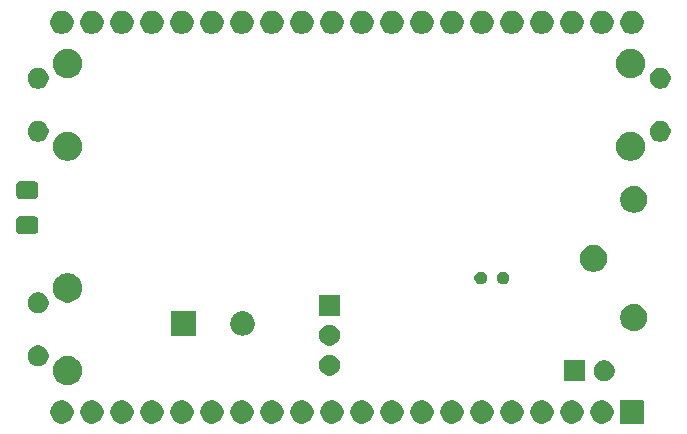
<source format=gbr>
G04 #@! TF.GenerationSoftware,KiCad,Pcbnew,9.0.2*
G04 #@! TF.CreationDate,2025-08-18T13:33:18+03:00*
G04 #@! TF.ProjectId,tickbox,7469636b-626f-4782-9e6b-696361645f70,rev?*
G04 #@! TF.SameCoordinates,Original*
G04 #@! TF.FileFunction,Soldermask,Bot*
G04 #@! TF.FilePolarity,Negative*
%FSLAX46Y46*%
G04 Gerber Fmt 4.6, Leading zero omitted, Abs format (unit mm)*
G04 Created by KiCad (PCBNEW 9.0.2) date 2025-08-18 13:33:18*
%MOMM*%
%LPD*%
G01*
G04 APERTURE LIST*
G04 APERTURE END LIST*
G36*
X81567042Y-62512393D02*
G01*
X81579370Y-62520630D01*
X81587607Y-62532958D01*
X81590500Y-62547500D01*
X81590500Y-64452500D01*
X81587607Y-64467042D01*
X81579370Y-64479370D01*
X81567042Y-64487607D01*
X81552500Y-64490500D01*
X79647500Y-64490500D01*
X79632958Y-64487607D01*
X79620630Y-64479370D01*
X79612393Y-64467042D01*
X79609500Y-64452500D01*
X79609500Y-62547500D01*
X79612393Y-62532958D01*
X79620630Y-62520630D01*
X79632958Y-62512393D01*
X79647500Y-62509500D01*
X81552500Y-62509500D01*
X81567042Y-62512393D01*
G37*
G36*
X32627527Y-62552151D02*
G01*
X32806918Y-62626457D01*
X32968367Y-62734333D01*
X33105667Y-62871633D01*
X33213543Y-63033082D01*
X33287849Y-63212473D01*
X33325730Y-63402914D01*
X33325730Y-63597086D01*
X33287849Y-63787527D01*
X33213543Y-63966918D01*
X33105667Y-64128367D01*
X32968367Y-64265667D01*
X32806918Y-64373543D01*
X32627527Y-64447849D01*
X32437086Y-64485730D01*
X32242914Y-64485730D01*
X32052473Y-64447849D01*
X31873082Y-64373543D01*
X31711633Y-64265667D01*
X31574333Y-64128367D01*
X31466457Y-63966918D01*
X31392151Y-63787527D01*
X31354270Y-63597086D01*
X31354270Y-63402914D01*
X31392151Y-63212473D01*
X31466457Y-63033082D01*
X31574333Y-62871633D01*
X31711633Y-62734333D01*
X31873082Y-62626457D01*
X32052473Y-62552151D01*
X32242914Y-62514270D01*
X32437086Y-62514270D01*
X32627527Y-62552151D01*
G37*
G36*
X35167527Y-62552151D02*
G01*
X35346918Y-62626457D01*
X35508367Y-62734333D01*
X35645667Y-62871633D01*
X35753543Y-63033082D01*
X35827849Y-63212473D01*
X35865730Y-63402914D01*
X35865730Y-63597086D01*
X35827849Y-63787527D01*
X35753543Y-63966918D01*
X35645667Y-64128367D01*
X35508367Y-64265667D01*
X35346918Y-64373543D01*
X35167527Y-64447849D01*
X34977086Y-64485730D01*
X34782914Y-64485730D01*
X34592473Y-64447849D01*
X34413082Y-64373543D01*
X34251633Y-64265667D01*
X34114333Y-64128367D01*
X34006457Y-63966918D01*
X33932151Y-63787527D01*
X33894270Y-63597086D01*
X33894270Y-63402914D01*
X33932151Y-63212473D01*
X34006457Y-63033082D01*
X34114333Y-62871633D01*
X34251633Y-62734333D01*
X34413082Y-62626457D01*
X34592473Y-62552151D01*
X34782914Y-62514270D01*
X34977086Y-62514270D01*
X35167527Y-62552151D01*
G37*
G36*
X37707527Y-62552151D02*
G01*
X37886918Y-62626457D01*
X38048367Y-62734333D01*
X38185667Y-62871633D01*
X38293543Y-63033082D01*
X38367849Y-63212473D01*
X38405730Y-63402914D01*
X38405730Y-63597086D01*
X38367849Y-63787527D01*
X38293543Y-63966918D01*
X38185667Y-64128367D01*
X38048367Y-64265667D01*
X37886918Y-64373543D01*
X37707527Y-64447849D01*
X37517086Y-64485730D01*
X37322914Y-64485730D01*
X37132473Y-64447849D01*
X36953082Y-64373543D01*
X36791633Y-64265667D01*
X36654333Y-64128367D01*
X36546457Y-63966918D01*
X36472151Y-63787527D01*
X36434270Y-63597086D01*
X36434270Y-63402914D01*
X36472151Y-63212473D01*
X36546457Y-63033082D01*
X36654333Y-62871633D01*
X36791633Y-62734333D01*
X36953082Y-62626457D01*
X37132473Y-62552151D01*
X37322914Y-62514270D01*
X37517086Y-62514270D01*
X37707527Y-62552151D01*
G37*
G36*
X40247527Y-62552151D02*
G01*
X40426918Y-62626457D01*
X40588367Y-62734333D01*
X40725667Y-62871633D01*
X40833543Y-63033082D01*
X40907849Y-63212473D01*
X40945730Y-63402914D01*
X40945730Y-63597086D01*
X40907849Y-63787527D01*
X40833543Y-63966918D01*
X40725667Y-64128367D01*
X40588367Y-64265667D01*
X40426918Y-64373543D01*
X40247527Y-64447849D01*
X40057086Y-64485730D01*
X39862914Y-64485730D01*
X39672473Y-64447849D01*
X39493082Y-64373543D01*
X39331633Y-64265667D01*
X39194333Y-64128367D01*
X39086457Y-63966918D01*
X39012151Y-63787527D01*
X38974270Y-63597086D01*
X38974270Y-63402914D01*
X39012151Y-63212473D01*
X39086457Y-63033082D01*
X39194333Y-62871633D01*
X39331633Y-62734333D01*
X39493082Y-62626457D01*
X39672473Y-62552151D01*
X39862914Y-62514270D01*
X40057086Y-62514270D01*
X40247527Y-62552151D01*
G37*
G36*
X42787527Y-62552151D02*
G01*
X42966918Y-62626457D01*
X43128367Y-62734333D01*
X43265667Y-62871633D01*
X43373543Y-63033082D01*
X43447849Y-63212473D01*
X43485730Y-63402914D01*
X43485730Y-63597086D01*
X43447849Y-63787527D01*
X43373543Y-63966918D01*
X43265667Y-64128367D01*
X43128367Y-64265667D01*
X42966918Y-64373543D01*
X42787527Y-64447849D01*
X42597086Y-64485730D01*
X42402914Y-64485730D01*
X42212473Y-64447849D01*
X42033082Y-64373543D01*
X41871633Y-64265667D01*
X41734333Y-64128367D01*
X41626457Y-63966918D01*
X41552151Y-63787527D01*
X41514270Y-63597086D01*
X41514270Y-63402914D01*
X41552151Y-63212473D01*
X41626457Y-63033082D01*
X41734333Y-62871633D01*
X41871633Y-62734333D01*
X42033082Y-62626457D01*
X42212473Y-62552151D01*
X42402914Y-62514270D01*
X42597086Y-62514270D01*
X42787527Y-62552151D01*
G37*
G36*
X45327527Y-62552151D02*
G01*
X45506918Y-62626457D01*
X45668367Y-62734333D01*
X45805667Y-62871633D01*
X45913543Y-63033082D01*
X45987849Y-63212473D01*
X46025730Y-63402914D01*
X46025730Y-63597086D01*
X45987849Y-63787527D01*
X45913543Y-63966918D01*
X45805667Y-64128367D01*
X45668367Y-64265667D01*
X45506918Y-64373543D01*
X45327527Y-64447849D01*
X45137086Y-64485730D01*
X44942914Y-64485730D01*
X44752473Y-64447849D01*
X44573082Y-64373543D01*
X44411633Y-64265667D01*
X44274333Y-64128367D01*
X44166457Y-63966918D01*
X44092151Y-63787527D01*
X44054270Y-63597086D01*
X44054270Y-63402914D01*
X44092151Y-63212473D01*
X44166457Y-63033082D01*
X44274333Y-62871633D01*
X44411633Y-62734333D01*
X44573082Y-62626457D01*
X44752473Y-62552151D01*
X44942914Y-62514270D01*
X45137086Y-62514270D01*
X45327527Y-62552151D01*
G37*
G36*
X47867527Y-62552151D02*
G01*
X48046918Y-62626457D01*
X48208367Y-62734333D01*
X48345667Y-62871633D01*
X48453543Y-63033082D01*
X48527849Y-63212473D01*
X48565730Y-63402914D01*
X48565730Y-63597086D01*
X48527849Y-63787527D01*
X48453543Y-63966918D01*
X48345667Y-64128367D01*
X48208367Y-64265667D01*
X48046918Y-64373543D01*
X47867527Y-64447849D01*
X47677086Y-64485730D01*
X47482914Y-64485730D01*
X47292473Y-64447849D01*
X47113082Y-64373543D01*
X46951633Y-64265667D01*
X46814333Y-64128367D01*
X46706457Y-63966918D01*
X46632151Y-63787527D01*
X46594270Y-63597086D01*
X46594270Y-63402914D01*
X46632151Y-63212473D01*
X46706457Y-63033082D01*
X46814333Y-62871633D01*
X46951633Y-62734333D01*
X47113082Y-62626457D01*
X47292473Y-62552151D01*
X47482914Y-62514270D01*
X47677086Y-62514270D01*
X47867527Y-62552151D01*
G37*
G36*
X50407527Y-62552151D02*
G01*
X50586918Y-62626457D01*
X50748367Y-62734333D01*
X50885667Y-62871633D01*
X50993543Y-63033082D01*
X51067849Y-63212473D01*
X51105730Y-63402914D01*
X51105730Y-63597086D01*
X51067849Y-63787527D01*
X50993543Y-63966918D01*
X50885667Y-64128367D01*
X50748367Y-64265667D01*
X50586918Y-64373543D01*
X50407527Y-64447849D01*
X50217086Y-64485730D01*
X50022914Y-64485730D01*
X49832473Y-64447849D01*
X49653082Y-64373543D01*
X49491633Y-64265667D01*
X49354333Y-64128367D01*
X49246457Y-63966918D01*
X49172151Y-63787527D01*
X49134270Y-63597086D01*
X49134270Y-63402914D01*
X49172151Y-63212473D01*
X49246457Y-63033082D01*
X49354333Y-62871633D01*
X49491633Y-62734333D01*
X49653082Y-62626457D01*
X49832473Y-62552151D01*
X50022914Y-62514270D01*
X50217086Y-62514270D01*
X50407527Y-62552151D01*
G37*
G36*
X52947527Y-62552151D02*
G01*
X53126918Y-62626457D01*
X53288367Y-62734333D01*
X53425667Y-62871633D01*
X53533543Y-63033082D01*
X53607849Y-63212473D01*
X53645730Y-63402914D01*
X53645730Y-63597086D01*
X53607849Y-63787527D01*
X53533543Y-63966918D01*
X53425667Y-64128367D01*
X53288367Y-64265667D01*
X53126918Y-64373543D01*
X52947527Y-64447849D01*
X52757086Y-64485730D01*
X52562914Y-64485730D01*
X52372473Y-64447849D01*
X52193082Y-64373543D01*
X52031633Y-64265667D01*
X51894333Y-64128367D01*
X51786457Y-63966918D01*
X51712151Y-63787527D01*
X51674270Y-63597086D01*
X51674270Y-63402914D01*
X51712151Y-63212473D01*
X51786457Y-63033082D01*
X51894333Y-62871633D01*
X52031633Y-62734333D01*
X52193082Y-62626457D01*
X52372473Y-62552151D01*
X52562914Y-62514270D01*
X52757086Y-62514270D01*
X52947527Y-62552151D01*
G37*
G36*
X55487527Y-62552151D02*
G01*
X55666918Y-62626457D01*
X55828367Y-62734333D01*
X55965667Y-62871633D01*
X56073543Y-63033082D01*
X56147849Y-63212473D01*
X56185730Y-63402914D01*
X56185730Y-63597086D01*
X56147849Y-63787527D01*
X56073543Y-63966918D01*
X55965667Y-64128367D01*
X55828367Y-64265667D01*
X55666918Y-64373543D01*
X55487527Y-64447849D01*
X55297086Y-64485730D01*
X55102914Y-64485730D01*
X54912473Y-64447849D01*
X54733082Y-64373543D01*
X54571633Y-64265667D01*
X54434333Y-64128367D01*
X54326457Y-63966918D01*
X54252151Y-63787527D01*
X54214270Y-63597086D01*
X54214270Y-63402914D01*
X54252151Y-63212473D01*
X54326457Y-63033082D01*
X54434333Y-62871633D01*
X54571633Y-62734333D01*
X54733082Y-62626457D01*
X54912473Y-62552151D01*
X55102914Y-62514270D01*
X55297086Y-62514270D01*
X55487527Y-62552151D01*
G37*
G36*
X58027527Y-62552151D02*
G01*
X58206918Y-62626457D01*
X58368367Y-62734333D01*
X58505667Y-62871633D01*
X58613543Y-63033082D01*
X58687849Y-63212473D01*
X58725730Y-63402914D01*
X58725730Y-63597086D01*
X58687849Y-63787527D01*
X58613543Y-63966918D01*
X58505667Y-64128367D01*
X58368367Y-64265667D01*
X58206918Y-64373543D01*
X58027527Y-64447849D01*
X57837086Y-64485730D01*
X57642914Y-64485730D01*
X57452473Y-64447849D01*
X57273082Y-64373543D01*
X57111633Y-64265667D01*
X56974333Y-64128367D01*
X56866457Y-63966918D01*
X56792151Y-63787527D01*
X56754270Y-63597086D01*
X56754270Y-63402914D01*
X56792151Y-63212473D01*
X56866457Y-63033082D01*
X56974333Y-62871633D01*
X57111633Y-62734333D01*
X57273082Y-62626457D01*
X57452473Y-62552151D01*
X57642914Y-62514270D01*
X57837086Y-62514270D01*
X58027527Y-62552151D01*
G37*
G36*
X60567527Y-62552151D02*
G01*
X60746918Y-62626457D01*
X60908367Y-62734333D01*
X61045667Y-62871633D01*
X61153543Y-63033082D01*
X61227849Y-63212473D01*
X61265730Y-63402914D01*
X61265730Y-63597086D01*
X61227849Y-63787527D01*
X61153543Y-63966918D01*
X61045667Y-64128367D01*
X60908367Y-64265667D01*
X60746918Y-64373543D01*
X60567527Y-64447849D01*
X60377086Y-64485730D01*
X60182914Y-64485730D01*
X59992473Y-64447849D01*
X59813082Y-64373543D01*
X59651633Y-64265667D01*
X59514333Y-64128367D01*
X59406457Y-63966918D01*
X59332151Y-63787527D01*
X59294270Y-63597086D01*
X59294270Y-63402914D01*
X59332151Y-63212473D01*
X59406457Y-63033082D01*
X59514333Y-62871633D01*
X59651633Y-62734333D01*
X59813082Y-62626457D01*
X59992473Y-62552151D01*
X60182914Y-62514270D01*
X60377086Y-62514270D01*
X60567527Y-62552151D01*
G37*
G36*
X63107527Y-62552151D02*
G01*
X63286918Y-62626457D01*
X63448367Y-62734333D01*
X63585667Y-62871633D01*
X63693543Y-63033082D01*
X63767849Y-63212473D01*
X63805730Y-63402914D01*
X63805730Y-63597086D01*
X63767849Y-63787527D01*
X63693543Y-63966918D01*
X63585667Y-64128367D01*
X63448367Y-64265667D01*
X63286918Y-64373543D01*
X63107527Y-64447849D01*
X62917086Y-64485730D01*
X62722914Y-64485730D01*
X62532473Y-64447849D01*
X62353082Y-64373543D01*
X62191633Y-64265667D01*
X62054333Y-64128367D01*
X61946457Y-63966918D01*
X61872151Y-63787527D01*
X61834270Y-63597086D01*
X61834270Y-63402914D01*
X61872151Y-63212473D01*
X61946457Y-63033082D01*
X62054333Y-62871633D01*
X62191633Y-62734333D01*
X62353082Y-62626457D01*
X62532473Y-62552151D01*
X62722914Y-62514270D01*
X62917086Y-62514270D01*
X63107527Y-62552151D01*
G37*
G36*
X65647527Y-62552151D02*
G01*
X65826918Y-62626457D01*
X65988367Y-62734333D01*
X66125667Y-62871633D01*
X66233543Y-63033082D01*
X66307849Y-63212473D01*
X66345730Y-63402914D01*
X66345730Y-63597086D01*
X66307849Y-63787527D01*
X66233543Y-63966918D01*
X66125667Y-64128367D01*
X65988367Y-64265667D01*
X65826918Y-64373543D01*
X65647527Y-64447849D01*
X65457086Y-64485730D01*
X65262914Y-64485730D01*
X65072473Y-64447849D01*
X64893082Y-64373543D01*
X64731633Y-64265667D01*
X64594333Y-64128367D01*
X64486457Y-63966918D01*
X64412151Y-63787527D01*
X64374270Y-63597086D01*
X64374270Y-63402914D01*
X64412151Y-63212473D01*
X64486457Y-63033082D01*
X64594333Y-62871633D01*
X64731633Y-62734333D01*
X64893082Y-62626457D01*
X65072473Y-62552151D01*
X65262914Y-62514270D01*
X65457086Y-62514270D01*
X65647527Y-62552151D01*
G37*
G36*
X68187527Y-62552151D02*
G01*
X68366918Y-62626457D01*
X68528367Y-62734333D01*
X68665667Y-62871633D01*
X68773543Y-63033082D01*
X68847849Y-63212473D01*
X68885730Y-63402914D01*
X68885730Y-63597086D01*
X68847849Y-63787527D01*
X68773543Y-63966918D01*
X68665667Y-64128367D01*
X68528367Y-64265667D01*
X68366918Y-64373543D01*
X68187527Y-64447849D01*
X67997086Y-64485730D01*
X67802914Y-64485730D01*
X67612473Y-64447849D01*
X67433082Y-64373543D01*
X67271633Y-64265667D01*
X67134333Y-64128367D01*
X67026457Y-63966918D01*
X66952151Y-63787527D01*
X66914270Y-63597086D01*
X66914270Y-63402914D01*
X66952151Y-63212473D01*
X67026457Y-63033082D01*
X67134333Y-62871633D01*
X67271633Y-62734333D01*
X67433082Y-62626457D01*
X67612473Y-62552151D01*
X67802914Y-62514270D01*
X67997086Y-62514270D01*
X68187527Y-62552151D01*
G37*
G36*
X70727527Y-62552151D02*
G01*
X70906918Y-62626457D01*
X71068367Y-62734333D01*
X71205667Y-62871633D01*
X71313543Y-63033082D01*
X71387849Y-63212473D01*
X71425730Y-63402914D01*
X71425730Y-63597086D01*
X71387849Y-63787527D01*
X71313543Y-63966918D01*
X71205667Y-64128367D01*
X71068367Y-64265667D01*
X70906918Y-64373543D01*
X70727527Y-64447849D01*
X70537086Y-64485730D01*
X70342914Y-64485730D01*
X70152473Y-64447849D01*
X69973082Y-64373543D01*
X69811633Y-64265667D01*
X69674333Y-64128367D01*
X69566457Y-63966918D01*
X69492151Y-63787527D01*
X69454270Y-63597086D01*
X69454270Y-63402914D01*
X69492151Y-63212473D01*
X69566457Y-63033082D01*
X69674333Y-62871633D01*
X69811633Y-62734333D01*
X69973082Y-62626457D01*
X70152473Y-62552151D01*
X70342914Y-62514270D01*
X70537086Y-62514270D01*
X70727527Y-62552151D01*
G37*
G36*
X73267527Y-62552151D02*
G01*
X73446918Y-62626457D01*
X73608367Y-62734333D01*
X73745667Y-62871633D01*
X73853543Y-63033082D01*
X73927849Y-63212473D01*
X73965730Y-63402914D01*
X73965730Y-63597086D01*
X73927849Y-63787527D01*
X73853543Y-63966918D01*
X73745667Y-64128367D01*
X73608367Y-64265667D01*
X73446918Y-64373543D01*
X73267527Y-64447849D01*
X73077086Y-64485730D01*
X72882914Y-64485730D01*
X72692473Y-64447849D01*
X72513082Y-64373543D01*
X72351633Y-64265667D01*
X72214333Y-64128367D01*
X72106457Y-63966918D01*
X72032151Y-63787527D01*
X71994270Y-63597086D01*
X71994270Y-63402914D01*
X72032151Y-63212473D01*
X72106457Y-63033082D01*
X72214333Y-62871633D01*
X72351633Y-62734333D01*
X72513082Y-62626457D01*
X72692473Y-62552151D01*
X72882914Y-62514270D01*
X73077086Y-62514270D01*
X73267527Y-62552151D01*
G37*
G36*
X75807527Y-62552151D02*
G01*
X75986918Y-62626457D01*
X76148367Y-62734333D01*
X76285667Y-62871633D01*
X76393543Y-63033082D01*
X76467849Y-63212473D01*
X76505730Y-63402914D01*
X76505730Y-63597086D01*
X76467849Y-63787527D01*
X76393543Y-63966918D01*
X76285667Y-64128367D01*
X76148367Y-64265667D01*
X75986918Y-64373543D01*
X75807527Y-64447849D01*
X75617086Y-64485730D01*
X75422914Y-64485730D01*
X75232473Y-64447849D01*
X75053082Y-64373543D01*
X74891633Y-64265667D01*
X74754333Y-64128367D01*
X74646457Y-63966918D01*
X74572151Y-63787527D01*
X74534270Y-63597086D01*
X74534270Y-63402914D01*
X74572151Y-63212473D01*
X74646457Y-63033082D01*
X74754333Y-62871633D01*
X74891633Y-62734333D01*
X75053082Y-62626457D01*
X75232473Y-62552151D01*
X75422914Y-62514270D01*
X75617086Y-62514270D01*
X75807527Y-62552151D01*
G37*
G36*
X78347527Y-62552151D02*
G01*
X78526918Y-62626457D01*
X78688367Y-62734333D01*
X78825667Y-62871633D01*
X78933543Y-63033082D01*
X79007849Y-63212473D01*
X79045730Y-63402914D01*
X79045730Y-63597086D01*
X79007849Y-63787527D01*
X78933543Y-63966918D01*
X78825667Y-64128367D01*
X78688367Y-64265667D01*
X78526918Y-64373543D01*
X78347527Y-64447849D01*
X78157086Y-64485730D01*
X77962914Y-64485730D01*
X77772473Y-64447849D01*
X77593082Y-64373543D01*
X77431633Y-64265667D01*
X77294333Y-64128367D01*
X77186457Y-63966918D01*
X77112151Y-63787527D01*
X77074270Y-63597086D01*
X77074270Y-63402914D01*
X77112151Y-63212473D01*
X77186457Y-63033082D01*
X77294333Y-62871633D01*
X77431633Y-62734333D01*
X77593082Y-62626457D01*
X77772473Y-62552151D01*
X77962914Y-62514270D01*
X78157086Y-62514270D01*
X78347527Y-62552151D01*
G37*
G36*
X33114005Y-58796207D02*
G01*
X33298762Y-58856238D01*
X33471853Y-58944432D01*
X33629017Y-59058618D01*
X33766383Y-59195984D01*
X33880569Y-59353148D01*
X33968763Y-59526239D01*
X34028794Y-59710996D01*
X34059184Y-59902869D01*
X34059184Y-60097133D01*
X34028794Y-60289006D01*
X33968763Y-60473763D01*
X33880569Y-60646854D01*
X33766383Y-60804018D01*
X33629017Y-60941384D01*
X33471853Y-61055570D01*
X33298762Y-61143764D01*
X33114005Y-61203795D01*
X32922132Y-61234185D01*
X32727868Y-61234185D01*
X32535995Y-61203795D01*
X32351238Y-61143764D01*
X32178147Y-61055570D01*
X32020983Y-60941384D01*
X31883617Y-60804018D01*
X31769431Y-60646854D01*
X31681237Y-60473763D01*
X31621206Y-60289006D01*
X31590816Y-60097133D01*
X31590816Y-59902869D01*
X31621206Y-59710996D01*
X31681237Y-59526239D01*
X31769431Y-59353148D01*
X31883617Y-59195984D01*
X32020983Y-59058618D01*
X32178147Y-58944432D01*
X32351238Y-58856238D01*
X32535995Y-58796207D01*
X32727868Y-58765817D01*
X32922132Y-58765817D01*
X33114005Y-58796207D01*
G37*
G36*
X76589542Y-59114893D02*
G01*
X76601870Y-59123130D01*
X76610107Y-59135458D01*
X76613000Y-59150000D01*
X76613000Y-60850000D01*
X76610107Y-60864542D01*
X76601870Y-60876870D01*
X76589542Y-60885107D01*
X76575000Y-60888000D01*
X74875000Y-60888000D01*
X74860458Y-60885107D01*
X74848130Y-60876870D01*
X74839893Y-60864542D01*
X74837000Y-60850000D01*
X74837000Y-59150000D01*
X74839893Y-59135458D01*
X74848130Y-59123130D01*
X74860458Y-59114893D01*
X74875000Y-59112000D01*
X76575000Y-59112000D01*
X76589542Y-59114893D01*
G37*
G36*
X78522773Y-59150237D02*
G01*
X78683600Y-59216854D01*
X78828341Y-59313567D01*
X78951433Y-59436659D01*
X79048146Y-59581400D01*
X79114763Y-59742227D01*
X79148724Y-59912961D01*
X79148724Y-60087039D01*
X79114763Y-60257773D01*
X79048146Y-60418600D01*
X78951433Y-60563341D01*
X78828341Y-60686433D01*
X78683600Y-60783146D01*
X78522773Y-60849763D01*
X78352039Y-60883724D01*
X78177961Y-60883724D01*
X78007227Y-60849763D01*
X77846400Y-60783146D01*
X77701659Y-60686433D01*
X77578567Y-60563341D01*
X77481854Y-60418600D01*
X77415237Y-60257773D01*
X77381276Y-60087039D01*
X77381276Y-59912961D01*
X77415237Y-59742227D01*
X77481854Y-59581400D01*
X77578567Y-59436659D01*
X77701659Y-59313567D01*
X77846400Y-59216854D01*
X78007227Y-59150237D01*
X78177961Y-59116276D01*
X78352039Y-59116276D01*
X78522773Y-59150237D01*
G37*
G36*
X55257773Y-58690237D02*
G01*
X55418600Y-58756854D01*
X55563341Y-58853567D01*
X55686433Y-58976659D01*
X55783146Y-59121400D01*
X55849763Y-59282227D01*
X55883724Y-59452961D01*
X55883724Y-59627039D01*
X55849763Y-59797773D01*
X55783146Y-59958600D01*
X55686433Y-60103341D01*
X55563341Y-60226433D01*
X55418600Y-60323146D01*
X55257773Y-60389763D01*
X55087039Y-60423724D01*
X54912961Y-60423724D01*
X54742227Y-60389763D01*
X54581400Y-60323146D01*
X54436659Y-60226433D01*
X54313567Y-60103341D01*
X54216854Y-59958600D01*
X54150237Y-59797773D01*
X54116276Y-59627039D01*
X54116276Y-59452961D01*
X54150237Y-59282227D01*
X54216854Y-59121400D01*
X54313567Y-58976659D01*
X54436659Y-58853567D01*
X54581400Y-58756854D01*
X54742227Y-58690237D01*
X54912961Y-58656276D01*
X55087039Y-58656276D01*
X55257773Y-58690237D01*
G37*
G36*
X30582773Y-57900238D02*
G01*
X30743600Y-57966855D01*
X30888341Y-58063568D01*
X31011433Y-58186660D01*
X31108146Y-58331401D01*
X31174763Y-58492228D01*
X31208724Y-58662962D01*
X31208724Y-58837040D01*
X31174763Y-59007774D01*
X31108146Y-59168601D01*
X31011433Y-59313342D01*
X30888341Y-59436434D01*
X30743600Y-59533147D01*
X30582773Y-59599764D01*
X30412039Y-59633725D01*
X30237961Y-59633725D01*
X30067227Y-59599764D01*
X29906400Y-59533147D01*
X29761659Y-59436434D01*
X29638567Y-59313342D01*
X29541854Y-59168601D01*
X29475237Y-59007774D01*
X29441276Y-58837040D01*
X29441276Y-58662962D01*
X29475237Y-58492228D01*
X29541854Y-58331401D01*
X29638567Y-58186660D01*
X29761659Y-58063568D01*
X29906400Y-57966855D01*
X30067227Y-57900238D01*
X30237961Y-57866277D01*
X30412039Y-57866277D01*
X30582773Y-57900238D01*
G37*
G36*
X55257773Y-56150237D02*
G01*
X55418600Y-56216854D01*
X55563341Y-56313567D01*
X55686433Y-56436659D01*
X55783146Y-56581400D01*
X55849763Y-56742227D01*
X55883724Y-56912961D01*
X55883724Y-57087039D01*
X55849763Y-57257773D01*
X55783146Y-57418600D01*
X55686433Y-57563341D01*
X55563341Y-57686433D01*
X55418600Y-57783146D01*
X55257773Y-57849763D01*
X55087039Y-57883724D01*
X54912961Y-57883724D01*
X54742227Y-57849763D01*
X54581400Y-57783146D01*
X54436659Y-57686433D01*
X54313567Y-57563341D01*
X54216854Y-57418600D01*
X54150237Y-57257773D01*
X54116276Y-57087039D01*
X54116276Y-56912961D01*
X54150237Y-56742227D01*
X54216854Y-56581400D01*
X54313567Y-56436659D01*
X54436659Y-56313567D01*
X54581400Y-56216854D01*
X54742227Y-56150237D01*
X54912961Y-56116276D01*
X55087039Y-56116276D01*
X55257773Y-56150237D01*
G37*
G36*
X43643758Y-54964893D02*
G01*
X43656086Y-54973130D01*
X43664323Y-54985458D01*
X43667216Y-55000000D01*
X43667216Y-57000000D01*
X43664323Y-57014542D01*
X43656086Y-57026870D01*
X43643758Y-57035107D01*
X43629216Y-57038000D01*
X41629216Y-57038000D01*
X41614674Y-57035107D01*
X41602346Y-57026870D01*
X41594109Y-57014542D01*
X41591216Y-57000000D01*
X41591216Y-55000000D01*
X41594109Y-54985458D01*
X41602346Y-54973130D01*
X41614674Y-54964893D01*
X41629216Y-54962000D01*
X43629216Y-54962000D01*
X43643758Y-54964893D01*
G37*
G36*
X47720828Y-54966998D02*
G01*
X47730958Y-54966998D01*
X47770540Y-54974871D01*
X47871489Y-54990860D01*
X47903961Y-55001410D01*
X47930531Y-55006696D01*
X47968022Y-55022225D01*
X48026371Y-55041184D01*
X48081035Y-55069037D01*
X48118526Y-55084566D01*
X48141048Y-55099614D01*
X48171469Y-55115115D01*
X48254158Y-55175192D01*
X48287716Y-55197615D01*
X48294878Y-55204777D01*
X48303220Y-55210838D01*
X48418377Y-55325995D01*
X48424437Y-55334336D01*
X48431601Y-55341500D01*
X48454026Y-55375062D01*
X48514100Y-55457746D01*
X48529599Y-55488164D01*
X48544650Y-55510690D01*
X48560181Y-55548185D01*
X48588031Y-55602844D01*
X48606987Y-55661185D01*
X48622520Y-55698685D01*
X48627806Y-55725259D01*
X48638355Y-55757726D01*
X48654342Y-55858667D01*
X48662218Y-55898258D01*
X48662218Y-55908388D01*
X48663831Y-55918572D01*
X48663831Y-56081427D01*
X48662218Y-56091610D01*
X48662218Y-56101742D01*
X48654342Y-56141336D01*
X48638355Y-56242273D01*
X48627806Y-56274737D01*
X48622520Y-56301315D01*
X48606985Y-56338818D01*
X48588031Y-56397155D01*
X48560183Y-56451809D01*
X48544650Y-56489310D01*
X48529596Y-56511838D01*
X48514100Y-56542253D01*
X48454034Y-56624925D01*
X48431601Y-56658500D01*
X48424434Y-56665666D01*
X48418377Y-56674004D01*
X48303220Y-56789161D01*
X48294882Y-56795218D01*
X48287716Y-56802385D01*
X48254141Y-56824818D01*
X48171469Y-56884884D01*
X48141054Y-56900380D01*
X48118526Y-56915434D01*
X48081025Y-56930967D01*
X48026371Y-56958815D01*
X47968034Y-56977769D01*
X47930531Y-56993304D01*
X47903953Y-56998590D01*
X47871489Y-57009139D01*
X47770549Y-57025126D01*
X47730958Y-57033002D01*
X47720828Y-57033002D01*
X47710644Y-57034615D01*
X47547788Y-57034615D01*
X47537604Y-57033002D01*
X47527474Y-57033002D01*
X47487883Y-57025126D01*
X47386942Y-57009139D01*
X47354475Y-56998590D01*
X47327901Y-56993304D01*
X47290401Y-56977771D01*
X47232060Y-56958815D01*
X47177401Y-56930965D01*
X47139906Y-56915434D01*
X47117380Y-56900383D01*
X47086962Y-56884884D01*
X47004278Y-56824810D01*
X46970716Y-56802385D01*
X46963552Y-56795221D01*
X46955211Y-56789161D01*
X46840054Y-56674004D01*
X46833993Y-56665662D01*
X46826831Y-56658500D01*
X46804408Y-56624942D01*
X46744331Y-56542253D01*
X46728830Y-56511832D01*
X46713782Y-56489310D01*
X46698253Y-56451819D01*
X46670400Y-56397155D01*
X46651441Y-56338806D01*
X46635912Y-56301315D01*
X46630626Y-56274745D01*
X46620076Y-56242273D01*
X46604088Y-56141327D01*
X46596214Y-56101742D01*
X46596214Y-56091611D01*
X46594601Y-56081427D01*
X46594601Y-55918572D01*
X46596214Y-55908387D01*
X46596214Y-55898258D01*
X46604087Y-55858676D01*
X46620076Y-55757726D01*
X46630627Y-55725251D01*
X46635912Y-55698685D01*
X46651440Y-55661196D01*
X46670400Y-55602844D01*
X46698255Y-55548174D01*
X46713782Y-55510690D01*
X46728828Y-55488170D01*
X46744331Y-55457746D01*
X46804416Y-55375045D01*
X46826831Y-55341500D01*
X46833990Y-55334340D01*
X46840054Y-55325995D01*
X46955211Y-55210838D01*
X46963556Y-55204774D01*
X46970716Y-55197615D01*
X47004261Y-55175200D01*
X47086962Y-55115115D01*
X47117386Y-55099612D01*
X47139906Y-55084566D01*
X47177390Y-55069039D01*
X47232060Y-55041184D01*
X47290412Y-55022224D01*
X47327901Y-55006696D01*
X47354467Y-55001411D01*
X47386942Y-54990860D01*
X47487892Y-54974871D01*
X47527474Y-54966998D01*
X47537604Y-54966998D01*
X47547788Y-54965385D01*
X47710644Y-54965385D01*
X47720828Y-54966998D01*
G37*
G36*
X81015661Y-54393443D02*
G01*
X81185494Y-54448625D01*
X81344603Y-54529695D01*
X81489072Y-54634658D01*
X81615342Y-54760928D01*
X81720305Y-54905397D01*
X81801375Y-55064506D01*
X81856557Y-55234339D01*
X81884492Y-55410714D01*
X81884492Y-55589286D01*
X81856557Y-55765661D01*
X81801375Y-55935494D01*
X81720305Y-56094603D01*
X81615342Y-56239072D01*
X81489072Y-56365342D01*
X81344603Y-56470305D01*
X81185494Y-56551375D01*
X81015661Y-56606557D01*
X80839286Y-56634492D01*
X80660714Y-56634492D01*
X80484339Y-56606557D01*
X80314506Y-56551375D01*
X80155397Y-56470305D01*
X80010928Y-56365342D01*
X79884658Y-56239072D01*
X79779695Y-56094603D01*
X79698625Y-55935494D01*
X79643443Y-55765661D01*
X79615508Y-55589286D01*
X79615508Y-55410714D01*
X79643443Y-55234339D01*
X79698625Y-55064506D01*
X79779695Y-54905397D01*
X79884658Y-54760928D01*
X80010928Y-54634658D01*
X80155397Y-54529695D01*
X80314506Y-54448625D01*
X80484339Y-54393443D01*
X80660714Y-54365508D01*
X80839286Y-54365508D01*
X81015661Y-54393443D01*
G37*
G36*
X55864542Y-53574893D02*
G01*
X55876870Y-53583130D01*
X55885107Y-53595458D01*
X55888000Y-53610000D01*
X55888000Y-55310000D01*
X55885107Y-55324542D01*
X55876870Y-55336870D01*
X55864542Y-55345107D01*
X55850000Y-55348000D01*
X54150000Y-55348000D01*
X54135458Y-55345107D01*
X54123130Y-55336870D01*
X54114893Y-55324542D01*
X54112000Y-55310000D01*
X54112000Y-53610000D01*
X54114893Y-53595458D01*
X54123130Y-53583130D01*
X54135458Y-53574893D01*
X54150000Y-53572000D01*
X55850000Y-53572000D01*
X55864542Y-53574893D01*
G37*
G36*
X30582773Y-53400238D02*
G01*
X30743600Y-53466855D01*
X30888341Y-53563568D01*
X31011433Y-53686660D01*
X31108146Y-53831401D01*
X31174763Y-53992228D01*
X31208724Y-54162962D01*
X31208724Y-54337040D01*
X31174763Y-54507774D01*
X31108146Y-54668601D01*
X31011433Y-54813342D01*
X30888341Y-54936434D01*
X30743600Y-55033147D01*
X30582773Y-55099764D01*
X30412039Y-55133725D01*
X30237961Y-55133725D01*
X30067227Y-55099764D01*
X29906400Y-55033147D01*
X29761659Y-54936434D01*
X29638567Y-54813342D01*
X29541854Y-54668601D01*
X29475237Y-54507774D01*
X29441276Y-54337040D01*
X29441276Y-54162962D01*
X29475237Y-53992228D01*
X29541854Y-53831401D01*
X29638567Y-53686660D01*
X29761659Y-53563568D01*
X29906400Y-53466855D01*
X30067227Y-53400238D01*
X30237961Y-53366277D01*
X30412039Y-53366277D01*
X30582773Y-53400238D01*
G37*
G36*
X33114005Y-51796207D02*
G01*
X33298762Y-51856238D01*
X33471853Y-51944432D01*
X33629017Y-52058618D01*
X33766383Y-52195984D01*
X33880569Y-52353148D01*
X33968763Y-52526239D01*
X34028794Y-52710996D01*
X34059184Y-52902869D01*
X34059184Y-53097133D01*
X34028794Y-53289006D01*
X33968763Y-53473763D01*
X33880569Y-53646854D01*
X33766383Y-53804018D01*
X33629017Y-53941384D01*
X33471853Y-54055570D01*
X33298762Y-54143764D01*
X33114005Y-54203795D01*
X32922132Y-54234185D01*
X32727868Y-54234185D01*
X32535995Y-54203795D01*
X32351238Y-54143764D01*
X32178147Y-54055570D01*
X32020983Y-53941384D01*
X31883617Y-53804018D01*
X31769431Y-53646854D01*
X31681237Y-53473763D01*
X31621206Y-53289006D01*
X31590816Y-53097133D01*
X31590816Y-52902869D01*
X31621206Y-52710996D01*
X31681237Y-52526239D01*
X31769431Y-52353148D01*
X31883617Y-52195984D01*
X32020983Y-52058618D01*
X32178147Y-51944432D01*
X32351238Y-51856238D01*
X32535995Y-51796207D01*
X32727868Y-51765817D01*
X32922132Y-51765817D01*
X33114005Y-51796207D01*
G37*
G36*
X68005884Y-51652953D02*
G01*
X68127514Y-51723176D01*
X68226824Y-51822486D01*
X68297047Y-51944116D01*
X68333397Y-52079777D01*
X68333397Y-52220223D01*
X68297047Y-52355884D01*
X68226824Y-52477514D01*
X68127514Y-52576824D01*
X68005884Y-52647047D01*
X67870223Y-52683397D01*
X67729777Y-52683397D01*
X67594116Y-52647047D01*
X67472486Y-52576824D01*
X67373176Y-52477514D01*
X67302953Y-52355884D01*
X67266603Y-52220223D01*
X67266603Y-52079777D01*
X67302953Y-51944116D01*
X67373176Y-51822486D01*
X67472486Y-51723176D01*
X67594116Y-51652953D01*
X67729777Y-51616603D01*
X67870223Y-51616603D01*
X68005884Y-51652953D01*
G37*
G36*
X69905884Y-51652953D02*
G01*
X70027514Y-51723176D01*
X70126824Y-51822486D01*
X70197047Y-51944116D01*
X70233397Y-52079777D01*
X70233397Y-52220223D01*
X70197047Y-52355884D01*
X70126824Y-52477514D01*
X70027514Y-52576824D01*
X69905884Y-52647047D01*
X69770223Y-52683397D01*
X69629777Y-52683397D01*
X69494116Y-52647047D01*
X69372486Y-52576824D01*
X69273176Y-52477514D01*
X69202953Y-52355884D01*
X69166603Y-52220223D01*
X69166603Y-52079777D01*
X69202953Y-51944116D01*
X69273176Y-51822486D01*
X69372486Y-51723176D01*
X69494116Y-51652953D01*
X69629777Y-51616603D01*
X69770223Y-51616603D01*
X69905884Y-51652953D01*
G37*
G36*
X77615661Y-49393443D02*
G01*
X77785494Y-49448625D01*
X77944603Y-49529695D01*
X78089072Y-49634658D01*
X78215342Y-49760928D01*
X78320305Y-49905397D01*
X78401375Y-50064506D01*
X78456557Y-50234339D01*
X78484492Y-50410714D01*
X78484492Y-50589286D01*
X78456557Y-50765661D01*
X78401375Y-50935494D01*
X78320305Y-51094603D01*
X78215342Y-51239072D01*
X78089072Y-51365342D01*
X77944603Y-51470305D01*
X77785494Y-51551375D01*
X77615661Y-51606557D01*
X77439286Y-51634492D01*
X77260714Y-51634492D01*
X77084339Y-51606557D01*
X76914506Y-51551375D01*
X76755397Y-51470305D01*
X76610928Y-51365342D01*
X76484658Y-51239072D01*
X76379695Y-51094603D01*
X76298625Y-50935494D01*
X76243443Y-50765661D01*
X76215508Y-50589286D01*
X76215508Y-50410714D01*
X76243443Y-50234339D01*
X76298625Y-50064506D01*
X76379695Y-49905397D01*
X76484658Y-49760928D01*
X76610928Y-49634658D01*
X76755397Y-49529695D01*
X76914506Y-49448625D01*
X77084339Y-49393443D01*
X77260714Y-49365508D01*
X77439286Y-49365508D01*
X77615661Y-49393443D01*
G37*
G36*
X30090937Y-46944650D02*
G01*
X30099691Y-46948515D01*
X30106367Y-46949488D01*
X30148096Y-46969888D01*
X30187759Y-46987401D01*
X30191431Y-46991073D01*
X30191866Y-46991286D01*
X30258713Y-47058133D01*
X30258925Y-47058567D01*
X30262599Y-47062241D01*
X30280116Y-47101914D01*
X30300511Y-47143632D01*
X30301483Y-47150306D01*
X30305350Y-47159063D01*
X30312999Y-47225002D01*
X30312999Y-47229340D01*
X30313000Y-47229347D01*
X30313000Y-48145652D01*
X30313000Y-48149999D01*
X30305350Y-48215937D01*
X30301483Y-48224694D01*
X30300511Y-48231367D01*
X30280121Y-48273074D01*
X30262599Y-48312759D01*
X30258924Y-48316433D01*
X30258713Y-48316866D01*
X30191866Y-48383713D01*
X30191433Y-48383924D01*
X30187759Y-48387599D01*
X30148074Y-48405121D01*
X30106367Y-48425511D01*
X30099694Y-48426483D01*
X30090937Y-48430350D01*
X30024998Y-48437999D01*
X30020659Y-48437999D01*
X30020653Y-48438000D01*
X28779347Y-48438000D01*
X28779346Y-48437999D01*
X28775001Y-48438000D01*
X28709063Y-48430350D01*
X28700306Y-48426483D01*
X28693632Y-48425511D01*
X28651914Y-48405116D01*
X28612241Y-48387599D01*
X28608567Y-48383925D01*
X28608133Y-48383713D01*
X28541286Y-48316866D01*
X28541073Y-48316431D01*
X28537401Y-48312759D01*
X28519888Y-48273096D01*
X28499488Y-48231367D01*
X28498515Y-48224691D01*
X28494650Y-48215937D01*
X28487001Y-48149998D01*
X28487000Y-48145658D01*
X28487000Y-48145652D01*
X28487000Y-47229347D01*
X28487000Y-47229346D01*
X28487000Y-47225001D01*
X28494650Y-47159063D01*
X28498515Y-47150309D01*
X28499488Y-47143632D01*
X28519892Y-47101893D01*
X28537401Y-47062241D01*
X28541072Y-47058569D01*
X28541286Y-47058133D01*
X28608133Y-46991286D01*
X28608569Y-46991072D01*
X28612241Y-46987401D01*
X28651893Y-46969892D01*
X28693632Y-46949488D01*
X28700309Y-46948515D01*
X28709063Y-46944650D01*
X28775002Y-46937001D01*
X28779340Y-46937000D01*
X28779347Y-46937000D01*
X30020653Y-46937000D01*
X30024999Y-46937000D01*
X30090937Y-46944650D01*
G37*
G36*
X81015661Y-44393443D02*
G01*
X81185494Y-44448625D01*
X81344603Y-44529695D01*
X81489072Y-44634658D01*
X81615342Y-44760928D01*
X81720305Y-44905397D01*
X81801375Y-45064506D01*
X81856557Y-45234339D01*
X81884492Y-45410714D01*
X81884492Y-45589286D01*
X81856557Y-45765661D01*
X81801375Y-45935494D01*
X81720305Y-46094603D01*
X81615342Y-46239072D01*
X81489072Y-46365342D01*
X81344603Y-46470305D01*
X81185494Y-46551375D01*
X81015661Y-46606557D01*
X80839286Y-46634492D01*
X80660714Y-46634492D01*
X80484339Y-46606557D01*
X80314506Y-46551375D01*
X80155397Y-46470305D01*
X80010928Y-46365342D01*
X79884658Y-46239072D01*
X79779695Y-46094603D01*
X79698625Y-45935494D01*
X79643443Y-45765661D01*
X79615508Y-45589286D01*
X79615508Y-45410714D01*
X79643443Y-45234339D01*
X79698625Y-45064506D01*
X79779695Y-44905397D01*
X79884658Y-44760928D01*
X80010928Y-44634658D01*
X80155397Y-44529695D01*
X80314506Y-44448625D01*
X80484339Y-44393443D01*
X80660714Y-44365508D01*
X80839286Y-44365508D01*
X81015661Y-44393443D01*
G37*
G36*
X30090937Y-43969650D02*
G01*
X30099691Y-43973515D01*
X30106367Y-43974488D01*
X30148096Y-43994888D01*
X30187759Y-44012401D01*
X30191431Y-44016073D01*
X30191866Y-44016286D01*
X30258713Y-44083133D01*
X30258925Y-44083567D01*
X30262599Y-44087241D01*
X30280116Y-44126914D01*
X30300511Y-44168632D01*
X30301483Y-44175306D01*
X30305350Y-44184063D01*
X30312999Y-44250002D01*
X30312999Y-44254340D01*
X30313000Y-44254347D01*
X30313000Y-44760928D01*
X30313000Y-45174999D01*
X30305350Y-45240937D01*
X30301483Y-45249694D01*
X30300511Y-45256367D01*
X30280121Y-45298074D01*
X30262599Y-45337759D01*
X30258924Y-45341433D01*
X30258713Y-45341866D01*
X30191866Y-45408713D01*
X30191433Y-45408924D01*
X30187759Y-45412599D01*
X30148074Y-45430121D01*
X30106367Y-45450511D01*
X30099694Y-45451483D01*
X30090937Y-45455350D01*
X30024998Y-45462999D01*
X30020659Y-45462999D01*
X30020653Y-45463000D01*
X28779347Y-45463000D01*
X28779346Y-45462999D01*
X28775001Y-45463000D01*
X28709063Y-45455350D01*
X28700306Y-45451483D01*
X28693632Y-45450511D01*
X28651914Y-45430116D01*
X28612241Y-45412599D01*
X28608567Y-45408925D01*
X28608133Y-45408713D01*
X28541286Y-45341866D01*
X28541073Y-45341431D01*
X28537401Y-45337759D01*
X28519888Y-45298096D01*
X28499488Y-45256367D01*
X28498515Y-45249691D01*
X28494650Y-45240937D01*
X28487001Y-45174998D01*
X28487000Y-45170658D01*
X28487000Y-45170652D01*
X28487000Y-44254347D01*
X28487000Y-44254346D01*
X28487000Y-44250001D01*
X28494650Y-44184063D01*
X28498515Y-44175309D01*
X28499488Y-44168632D01*
X28519892Y-44126893D01*
X28537401Y-44087241D01*
X28541072Y-44083569D01*
X28541286Y-44083133D01*
X28608133Y-44016286D01*
X28608569Y-44016072D01*
X28612241Y-44012401D01*
X28651893Y-43994892D01*
X28693632Y-43974488D01*
X28700309Y-43973515D01*
X28709063Y-43969650D01*
X28775002Y-43962001D01*
X28779340Y-43962000D01*
X28779347Y-43962000D01*
X30020653Y-43962000D01*
X30024999Y-43962000D01*
X30090937Y-43969650D01*
G37*
G36*
X33114005Y-39796207D02*
G01*
X33298762Y-39856238D01*
X33471853Y-39944432D01*
X33629017Y-40058618D01*
X33766383Y-40195984D01*
X33880569Y-40353148D01*
X33968763Y-40526239D01*
X34028794Y-40710996D01*
X34059184Y-40902869D01*
X34059184Y-41097133D01*
X34028794Y-41289006D01*
X33968763Y-41473763D01*
X33880569Y-41646854D01*
X33766383Y-41804018D01*
X33629017Y-41941384D01*
X33471853Y-42055570D01*
X33298762Y-42143764D01*
X33114005Y-42203795D01*
X32922132Y-42234185D01*
X32727868Y-42234185D01*
X32535995Y-42203795D01*
X32351238Y-42143764D01*
X32178147Y-42055570D01*
X32020983Y-41941384D01*
X31883617Y-41804018D01*
X31769431Y-41646854D01*
X31681237Y-41473763D01*
X31621206Y-41289006D01*
X31590816Y-41097133D01*
X31590816Y-40902869D01*
X31621206Y-40710996D01*
X31681237Y-40526239D01*
X31769431Y-40353148D01*
X31883617Y-40195984D01*
X32020983Y-40058618D01*
X32178147Y-39944432D01*
X32351238Y-39856238D01*
X32535995Y-39796207D01*
X32727868Y-39765817D01*
X32922132Y-39765817D01*
X33114005Y-39796207D01*
G37*
G36*
X80789005Y-39796205D02*
G01*
X80973762Y-39856236D01*
X81146853Y-39944430D01*
X81304017Y-40058616D01*
X81441383Y-40195982D01*
X81555569Y-40353146D01*
X81643763Y-40526237D01*
X81703794Y-40710994D01*
X81734184Y-40902867D01*
X81734184Y-41097131D01*
X81703794Y-41289004D01*
X81643763Y-41473761D01*
X81555569Y-41646852D01*
X81441383Y-41804016D01*
X81304017Y-41941382D01*
X81146853Y-42055568D01*
X80973762Y-42143762D01*
X80789005Y-42203793D01*
X80597132Y-42234183D01*
X80402868Y-42234183D01*
X80210995Y-42203793D01*
X80026238Y-42143762D01*
X79853147Y-42055568D01*
X79695983Y-41941382D01*
X79558617Y-41804016D01*
X79444431Y-41646852D01*
X79356237Y-41473761D01*
X79296206Y-41289004D01*
X79265816Y-41097131D01*
X79265816Y-40902867D01*
X79296206Y-40710994D01*
X79356237Y-40526237D01*
X79444431Y-40353146D01*
X79558617Y-40195982D01*
X79695983Y-40058616D01*
X79853147Y-39944430D01*
X80026238Y-39856236D01*
X80210995Y-39796205D01*
X80402868Y-39765815D01*
X80597132Y-39765815D01*
X80789005Y-39796205D01*
G37*
G36*
X30582773Y-38900238D02*
G01*
X30743600Y-38966855D01*
X30888341Y-39063568D01*
X31011433Y-39186660D01*
X31108146Y-39331401D01*
X31174763Y-39492228D01*
X31208724Y-39662962D01*
X31208724Y-39837040D01*
X31174763Y-40007774D01*
X31108146Y-40168601D01*
X31011433Y-40313342D01*
X30888341Y-40436434D01*
X30743600Y-40533147D01*
X30582773Y-40599764D01*
X30412039Y-40633725D01*
X30237961Y-40633725D01*
X30067227Y-40599764D01*
X29906400Y-40533147D01*
X29761659Y-40436434D01*
X29638567Y-40313342D01*
X29541854Y-40168601D01*
X29475237Y-40007774D01*
X29441276Y-39837040D01*
X29441276Y-39662962D01*
X29475237Y-39492228D01*
X29541854Y-39331401D01*
X29638567Y-39186660D01*
X29761659Y-39063568D01*
X29906400Y-38966855D01*
X30067227Y-38900238D01*
X30237961Y-38866277D01*
X30412039Y-38866277D01*
X30582773Y-38900238D01*
G37*
G36*
X83257773Y-38900236D02*
G01*
X83418600Y-38966853D01*
X83563341Y-39063566D01*
X83686433Y-39186658D01*
X83783146Y-39331399D01*
X83849763Y-39492226D01*
X83883724Y-39662960D01*
X83883724Y-39837038D01*
X83849763Y-40007772D01*
X83783146Y-40168599D01*
X83686433Y-40313340D01*
X83563341Y-40436432D01*
X83418600Y-40533145D01*
X83257773Y-40599762D01*
X83087039Y-40633723D01*
X82912961Y-40633723D01*
X82742227Y-40599762D01*
X82581400Y-40533145D01*
X82436659Y-40436432D01*
X82313567Y-40313340D01*
X82216854Y-40168599D01*
X82150237Y-40007772D01*
X82116276Y-39837038D01*
X82116276Y-39662960D01*
X82150237Y-39492226D01*
X82216854Y-39331399D01*
X82313567Y-39186658D01*
X82436659Y-39063566D01*
X82581400Y-38966853D01*
X82742227Y-38900236D01*
X82912961Y-38866275D01*
X83087039Y-38866275D01*
X83257773Y-38900236D01*
G37*
G36*
X30582773Y-34400238D02*
G01*
X30743600Y-34466855D01*
X30888341Y-34563568D01*
X31011433Y-34686660D01*
X31108146Y-34831401D01*
X31174763Y-34992228D01*
X31208724Y-35162962D01*
X31208724Y-35337040D01*
X31174763Y-35507774D01*
X31108146Y-35668601D01*
X31011433Y-35813342D01*
X30888341Y-35936434D01*
X30743600Y-36033147D01*
X30582773Y-36099764D01*
X30412039Y-36133725D01*
X30237961Y-36133725D01*
X30067227Y-36099764D01*
X29906400Y-36033147D01*
X29761659Y-35936434D01*
X29638567Y-35813342D01*
X29541854Y-35668601D01*
X29475237Y-35507774D01*
X29441276Y-35337040D01*
X29441276Y-35162962D01*
X29475237Y-34992228D01*
X29541854Y-34831401D01*
X29638567Y-34686660D01*
X29761659Y-34563568D01*
X29906400Y-34466855D01*
X30067227Y-34400238D01*
X30237961Y-34366277D01*
X30412039Y-34366277D01*
X30582773Y-34400238D01*
G37*
G36*
X83257773Y-34400236D02*
G01*
X83418600Y-34466853D01*
X83563341Y-34563566D01*
X83686433Y-34686658D01*
X83783146Y-34831399D01*
X83849763Y-34992226D01*
X83883724Y-35162960D01*
X83883724Y-35337038D01*
X83849763Y-35507772D01*
X83783146Y-35668599D01*
X83686433Y-35813340D01*
X83563341Y-35936432D01*
X83418600Y-36033145D01*
X83257773Y-36099762D01*
X83087039Y-36133723D01*
X82912961Y-36133723D01*
X82742227Y-36099762D01*
X82581400Y-36033145D01*
X82436659Y-35936432D01*
X82313567Y-35813340D01*
X82216854Y-35668599D01*
X82150237Y-35507772D01*
X82116276Y-35337038D01*
X82116276Y-35162960D01*
X82150237Y-34992226D01*
X82216854Y-34831399D01*
X82313567Y-34686658D01*
X82436659Y-34563566D01*
X82581400Y-34466853D01*
X82742227Y-34400236D01*
X82912961Y-34366275D01*
X83087039Y-34366275D01*
X83257773Y-34400236D01*
G37*
G36*
X33114005Y-32796207D02*
G01*
X33298762Y-32856238D01*
X33471853Y-32944432D01*
X33629017Y-33058618D01*
X33766383Y-33195984D01*
X33880569Y-33353148D01*
X33968763Y-33526239D01*
X34028794Y-33710996D01*
X34059184Y-33902869D01*
X34059184Y-34097133D01*
X34028794Y-34289006D01*
X33968763Y-34473763D01*
X33880569Y-34646854D01*
X33766383Y-34804018D01*
X33629017Y-34941384D01*
X33471853Y-35055570D01*
X33298762Y-35143764D01*
X33114005Y-35203795D01*
X32922132Y-35234185D01*
X32727868Y-35234185D01*
X32535995Y-35203795D01*
X32351238Y-35143764D01*
X32178147Y-35055570D01*
X32020983Y-34941384D01*
X31883617Y-34804018D01*
X31769431Y-34646854D01*
X31681237Y-34473763D01*
X31621206Y-34289006D01*
X31590816Y-34097133D01*
X31590816Y-33902869D01*
X31621206Y-33710996D01*
X31681237Y-33526239D01*
X31769431Y-33353148D01*
X31883617Y-33195984D01*
X32020983Y-33058618D01*
X32178147Y-32944432D01*
X32351238Y-32856238D01*
X32535995Y-32796207D01*
X32727868Y-32765817D01*
X32922132Y-32765817D01*
X33114005Y-32796207D01*
G37*
G36*
X80789005Y-32796205D02*
G01*
X80973762Y-32856236D01*
X81146853Y-32944430D01*
X81304017Y-33058616D01*
X81441383Y-33195982D01*
X81555569Y-33353146D01*
X81643763Y-33526237D01*
X81703794Y-33710994D01*
X81734184Y-33902867D01*
X81734184Y-34097131D01*
X81703794Y-34289004D01*
X81643763Y-34473761D01*
X81555569Y-34646852D01*
X81441383Y-34804016D01*
X81304017Y-34941382D01*
X81146853Y-35055568D01*
X80973762Y-35143762D01*
X80789005Y-35203793D01*
X80597132Y-35234183D01*
X80402868Y-35234183D01*
X80210995Y-35203793D01*
X80026238Y-35143762D01*
X79853147Y-35055568D01*
X79695983Y-34941382D01*
X79558617Y-34804016D01*
X79444431Y-34646852D01*
X79356237Y-34473761D01*
X79296206Y-34289004D01*
X79265816Y-34097131D01*
X79265816Y-33902867D01*
X79296206Y-33710994D01*
X79356237Y-33526237D01*
X79444431Y-33353146D01*
X79558617Y-33195982D01*
X79695983Y-33058616D01*
X79853147Y-32944430D01*
X80026238Y-32856236D01*
X80210995Y-32796205D01*
X80402868Y-32765815D01*
X80597132Y-32765815D01*
X80789005Y-32796205D01*
G37*
G36*
X32627527Y-29552151D02*
G01*
X32806918Y-29626457D01*
X32968367Y-29734333D01*
X33105667Y-29871633D01*
X33213543Y-30033082D01*
X33287849Y-30212473D01*
X33325730Y-30402914D01*
X33325730Y-30597086D01*
X33287849Y-30787527D01*
X33213543Y-30966918D01*
X33105667Y-31128367D01*
X32968367Y-31265667D01*
X32806918Y-31373543D01*
X32627527Y-31447849D01*
X32437086Y-31485730D01*
X32242914Y-31485730D01*
X32052473Y-31447849D01*
X31873082Y-31373543D01*
X31711633Y-31265667D01*
X31574333Y-31128367D01*
X31466457Y-30966918D01*
X31392151Y-30787527D01*
X31354270Y-30597086D01*
X31354270Y-30402914D01*
X31392151Y-30212473D01*
X31466457Y-30033082D01*
X31574333Y-29871633D01*
X31711633Y-29734333D01*
X31873082Y-29626457D01*
X32052473Y-29552151D01*
X32242914Y-29514270D01*
X32437086Y-29514270D01*
X32627527Y-29552151D01*
G37*
G36*
X35167527Y-29552151D02*
G01*
X35346918Y-29626457D01*
X35508367Y-29734333D01*
X35645667Y-29871633D01*
X35753543Y-30033082D01*
X35827849Y-30212473D01*
X35865730Y-30402914D01*
X35865730Y-30597086D01*
X35827849Y-30787527D01*
X35753543Y-30966918D01*
X35645667Y-31128367D01*
X35508367Y-31265667D01*
X35346918Y-31373543D01*
X35167527Y-31447849D01*
X34977086Y-31485730D01*
X34782914Y-31485730D01*
X34592473Y-31447849D01*
X34413082Y-31373543D01*
X34251633Y-31265667D01*
X34114333Y-31128367D01*
X34006457Y-30966918D01*
X33932151Y-30787527D01*
X33894270Y-30597086D01*
X33894270Y-30402914D01*
X33932151Y-30212473D01*
X34006457Y-30033082D01*
X34114333Y-29871633D01*
X34251633Y-29734333D01*
X34413082Y-29626457D01*
X34592473Y-29552151D01*
X34782914Y-29514270D01*
X34977086Y-29514270D01*
X35167527Y-29552151D01*
G37*
G36*
X37707527Y-29552151D02*
G01*
X37886918Y-29626457D01*
X38048367Y-29734333D01*
X38185667Y-29871633D01*
X38293543Y-30033082D01*
X38367849Y-30212473D01*
X38405730Y-30402914D01*
X38405730Y-30597086D01*
X38367849Y-30787527D01*
X38293543Y-30966918D01*
X38185667Y-31128367D01*
X38048367Y-31265667D01*
X37886918Y-31373543D01*
X37707527Y-31447849D01*
X37517086Y-31485730D01*
X37322914Y-31485730D01*
X37132473Y-31447849D01*
X36953082Y-31373543D01*
X36791633Y-31265667D01*
X36654333Y-31128367D01*
X36546457Y-30966918D01*
X36472151Y-30787527D01*
X36434270Y-30597086D01*
X36434270Y-30402914D01*
X36472151Y-30212473D01*
X36546457Y-30033082D01*
X36654333Y-29871633D01*
X36791633Y-29734333D01*
X36953082Y-29626457D01*
X37132473Y-29552151D01*
X37322914Y-29514270D01*
X37517086Y-29514270D01*
X37707527Y-29552151D01*
G37*
G36*
X40247527Y-29552151D02*
G01*
X40426918Y-29626457D01*
X40588367Y-29734333D01*
X40725667Y-29871633D01*
X40833543Y-30033082D01*
X40907849Y-30212473D01*
X40945730Y-30402914D01*
X40945730Y-30597086D01*
X40907849Y-30787527D01*
X40833543Y-30966918D01*
X40725667Y-31128367D01*
X40588367Y-31265667D01*
X40426918Y-31373543D01*
X40247527Y-31447849D01*
X40057086Y-31485730D01*
X39862914Y-31485730D01*
X39672473Y-31447849D01*
X39493082Y-31373543D01*
X39331633Y-31265667D01*
X39194333Y-31128367D01*
X39086457Y-30966918D01*
X39012151Y-30787527D01*
X38974270Y-30597086D01*
X38974270Y-30402914D01*
X39012151Y-30212473D01*
X39086457Y-30033082D01*
X39194333Y-29871633D01*
X39331633Y-29734333D01*
X39493082Y-29626457D01*
X39672473Y-29552151D01*
X39862914Y-29514270D01*
X40057086Y-29514270D01*
X40247527Y-29552151D01*
G37*
G36*
X42787527Y-29552151D02*
G01*
X42966918Y-29626457D01*
X43128367Y-29734333D01*
X43265667Y-29871633D01*
X43373543Y-30033082D01*
X43447849Y-30212473D01*
X43485730Y-30402914D01*
X43485730Y-30597086D01*
X43447849Y-30787527D01*
X43373543Y-30966918D01*
X43265667Y-31128367D01*
X43128367Y-31265667D01*
X42966918Y-31373543D01*
X42787527Y-31447849D01*
X42597086Y-31485730D01*
X42402914Y-31485730D01*
X42212473Y-31447849D01*
X42033082Y-31373543D01*
X41871633Y-31265667D01*
X41734333Y-31128367D01*
X41626457Y-30966918D01*
X41552151Y-30787527D01*
X41514270Y-30597086D01*
X41514270Y-30402914D01*
X41552151Y-30212473D01*
X41626457Y-30033082D01*
X41734333Y-29871633D01*
X41871633Y-29734333D01*
X42033082Y-29626457D01*
X42212473Y-29552151D01*
X42402914Y-29514270D01*
X42597086Y-29514270D01*
X42787527Y-29552151D01*
G37*
G36*
X45327527Y-29552151D02*
G01*
X45506918Y-29626457D01*
X45668367Y-29734333D01*
X45805667Y-29871633D01*
X45913543Y-30033082D01*
X45987849Y-30212473D01*
X46025730Y-30402914D01*
X46025730Y-30597086D01*
X45987849Y-30787527D01*
X45913543Y-30966918D01*
X45805667Y-31128367D01*
X45668367Y-31265667D01*
X45506918Y-31373543D01*
X45327527Y-31447849D01*
X45137086Y-31485730D01*
X44942914Y-31485730D01*
X44752473Y-31447849D01*
X44573082Y-31373543D01*
X44411633Y-31265667D01*
X44274333Y-31128367D01*
X44166457Y-30966918D01*
X44092151Y-30787527D01*
X44054270Y-30597086D01*
X44054270Y-30402914D01*
X44092151Y-30212473D01*
X44166457Y-30033082D01*
X44274333Y-29871633D01*
X44411633Y-29734333D01*
X44573082Y-29626457D01*
X44752473Y-29552151D01*
X44942914Y-29514270D01*
X45137086Y-29514270D01*
X45327527Y-29552151D01*
G37*
G36*
X47867527Y-29552151D02*
G01*
X48046918Y-29626457D01*
X48208367Y-29734333D01*
X48345667Y-29871633D01*
X48453543Y-30033082D01*
X48527849Y-30212473D01*
X48565730Y-30402914D01*
X48565730Y-30597086D01*
X48527849Y-30787527D01*
X48453543Y-30966918D01*
X48345667Y-31128367D01*
X48208367Y-31265667D01*
X48046918Y-31373543D01*
X47867527Y-31447849D01*
X47677086Y-31485730D01*
X47482914Y-31485730D01*
X47292473Y-31447849D01*
X47113082Y-31373543D01*
X46951633Y-31265667D01*
X46814333Y-31128367D01*
X46706457Y-30966918D01*
X46632151Y-30787527D01*
X46594270Y-30597086D01*
X46594270Y-30402914D01*
X46632151Y-30212473D01*
X46706457Y-30033082D01*
X46814333Y-29871633D01*
X46951633Y-29734333D01*
X47113082Y-29626457D01*
X47292473Y-29552151D01*
X47482914Y-29514270D01*
X47677086Y-29514270D01*
X47867527Y-29552151D01*
G37*
G36*
X50407527Y-29552151D02*
G01*
X50586918Y-29626457D01*
X50748367Y-29734333D01*
X50885667Y-29871633D01*
X50993543Y-30033082D01*
X51067849Y-30212473D01*
X51105730Y-30402914D01*
X51105730Y-30597086D01*
X51067849Y-30787527D01*
X50993543Y-30966918D01*
X50885667Y-31128367D01*
X50748367Y-31265667D01*
X50586918Y-31373543D01*
X50407527Y-31447849D01*
X50217086Y-31485730D01*
X50022914Y-31485730D01*
X49832473Y-31447849D01*
X49653082Y-31373543D01*
X49491633Y-31265667D01*
X49354333Y-31128367D01*
X49246457Y-30966918D01*
X49172151Y-30787527D01*
X49134270Y-30597086D01*
X49134270Y-30402914D01*
X49172151Y-30212473D01*
X49246457Y-30033082D01*
X49354333Y-29871633D01*
X49491633Y-29734333D01*
X49653082Y-29626457D01*
X49832473Y-29552151D01*
X50022914Y-29514270D01*
X50217086Y-29514270D01*
X50407527Y-29552151D01*
G37*
G36*
X52947527Y-29552151D02*
G01*
X53126918Y-29626457D01*
X53288367Y-29734333D01*
X53425667Y-29871633D01*
X53533543Y-30033082D01*
X53607849Y-30212473D01*
X53645730Y-30402914D01*
X53645730Y-30597086D01*
X53607849Y-30787527D01*
X53533543Y-30966918D01*
X53425667Y-31128367D01*
X53288367Y-31265667D01*
X53126918Y-31373543D01*
X52947527Y-31447849D01*
X52757086Y-31485730D01*
X52562914Y-31485730D01*
X52372473Y-31447849D01*
X52193082Y-31373543D01*
X52031633Y-31265667D01*
X51894333Y-31128367D01*
X51786457Y-30966918D01*
X51712151Y-30787527D01*
X51674270Y-30597086D01*
X51674270Y-30402914D01*
X51712151Y-30212473D01*
X51786457Y-30033082D01*
X51894333Y-29871633D01*
X52031633Y-29734333D01*
X52193082Y-29626457D01*
X52372473Y-29552151D01*
X52562914Y-29514270D01*
X52757086Y-29514270D01*
X52947527Y-29552151D01*
G37*
G36*
X55487527Y-29552151D02*
G01*
X55666918Y-29626457D01*
X55828367Y-29734333D01*
X55965667Y-29871633D01*
X56073543Y-30033082D01*
X56147849Y-30212473D01*
X56185730Y-30402914D01*
X56185730Y-30597086D01*
X56147849Y-30787527D01*
X56073543Y-30966918D01*
X55965667Y-31128367D01*
X55828367Y-31265667D01*
X55666918Y-31373543D01*
X55487527Y-31447849D01*
X55297086Y-31485730D01*
X55102914Y-31485730D01*
X54912473Y-31447849D01*
X54733082Y-31373543D01*
X54571633Y-31265667D01*
X54434333Y-31128367D01*
X54326457Y-30966918D01*
X54252151Y-30787527D01*
X54214270Y-30597086D01*
X54214270Y-30402914D01*
X54252151Y-30212473D01*
X54326457Y-30033082D01*
X54434333Y-29871633D01*
X54571633Y-29734333D01*
X54733082Y-29626457D01*
X54912473Y-29552151D01*
X55102914Y-29514270D01*
X55297086Y-29514270D01*
X55487527Y-29552151D01*
G37*
G36*
X58027527Y-29552151D02*
G01*
X58206918Y-29626457D01*
X58368367Y-29734333D01*
X58505667Y-29871633D01*
X58613543Y-30033082D01*
X58687849Y-30212473D01*
X58725730Y-30402914D01*
X58725730Y-30597086D01*
X58687849Y-30787527D01*
X58613543Y-30966918D01*
X58505667Y-31128367D01*
X58368367Y-31265667D01*
X58206918Y-31373543D01*
X58027527Y-31447849D01*
X57837086Y-31485730D01*
X57642914Y-31485730D01*
X57452473Y-31447849D01*
X57273082Y-31373543D01*
X57111633Y-31265667D01*
X56974333Y-31128367D01*
X56866457Y-30966918D01*
X56792151Y-30787527D01*
X56754270Y-30597086D01*
X56754270Y-30402914D01*
X56792151Y-30212473D01*
X56866457Y-30033082D01*
X56974333Y-29871633D01*
X57111633Y-29734333D01*
X57273082Y-29626457D01*
X57452473Y-29552151D01*
X57642914Y-29514270D01*
X57837086Y-29514270D01*
X58027527Y-29552151D01*
G37*
G36*
X60567527Y-29552151D02*
G01*
X60746918Y-29626457D01*
X60908367Y-29734333D01*
X61045667Y-29871633D01*
X61153543Y-30033082D01*
X61227849Y-30212473D01*
X61265730Y-30402914D01*
X61265730Y-30597086D01*
X61227849Y-30787527D01*
X61153543Y-30966918D01*
X61045667Y-31128367D01*
X60908367Y-31265667D01*
X60746918Y-31373543D01*
X60567527Y-31447849D01*
X60377086Y-31485730D01*
X60182914Y-31485730D01*
X59992473Y-31447849D01*
X59813082Y-31373543D01*
X59651633Y-31265667D01*
X59514333Y-31128367D01*
X59406457Y-30966918D01*
X59332151Y-30787527D01*
X59294270Y-30597086D01*
X59294270Y-30402914D01*
X59332151Y-30212473D01*
X59406457Y-30033082D01*
X59514333Y-29871633D01*
X59651633Y-29734333D01*
X59813082Y-29626457D01*
X59992473Y-29552151D01*
X60182914Y-29514270D01*
X60377086Y-29514270D01*
X60567527Y-29552151D01*
G37*
G36*
X63107527Y-29552151D02*
G01*
X63286918Y-29626457D01*
X63448367Y-29734333D01*
X63585667Y-29871633D01*
X63693543Y-30033082D01*
X63767849Y-30212473D01*
X63805730Y-30402914D01*
X63805730Y-30597086D01*
X63767849Y-30787527D01*
X63693543Y-30966918D01*
X63585667Y-31128367D01*
X63448367Y-31265667D01*
X63286918Y-31373543D01*
X63107527Y-31447849D01*
X62917086Y-31485730D01*
X62722914Y-31485730D01*
X62532473Y-31447849D01*
X62353082Y-31373543D01*
X62191633Y-31265667D01*
X62054333Y-31128367D01*
X61946457Y-30966918D01*
X61872151Y-30787527D01*
X61834270Y-30597086D01*
X61834270Y-30402914D01*
X61872151Y-30212473D01*
X61946457Y-30033082D01*
X62054333Y-29871633D01*
X62191633Y-29734333D01*
X62353082Y-29626457D01*
X62532473Y-29552151D01*
X62722914Y-29514270D01*
X62917086Y-29514270D01*
X63107527Y-29552151D01*
G37*
G36*
X65647527Y-29552151D02*
G01*
X65826918Y-29626457D01*
X65988367Y-29734333D01*
X66125667Y-29871633D01*
X66233543Y-30033082D01*
X66307849Y-30212473D01*
X66345730Y-30402914D01*
X66345730Y-30597086D01*
X66307849Y-30787527D01*
X66233543Y-30966918D01*
X66125667Y-31128367D01*
X65988367Y-31265667D01*
X65826918Y-31373543D01*
X65647527Y-31447849D01*
X65457086Y-31485730D01*
X65262914Y-31485730D01*
X65072473Y-31447849D01*
X64893082Y-31373543D01*
X64731633Y-31265667D01*
X64594333Y-31128367D01*
X64486457Y-30966918D01*
X64412151Y-30787527D01*
X64374270Y-30597086D01*
X64374270Y-30402914D01*
X64412151Y-30212473D01*
X64486457Y-30033082D01*
X64594333Y-29871633D01*
X64731633Y-29734333D01*
X64893082Y-29626457D01*
X65072473Y-29552151D01*
X65262914Y-29514270D01*
X65457086Y-29514270D01*
X65647527Y-29552151D01*
G37*
G36*
X68187527Y-29552151D02*
G01*
X68366918Y-29626457D01*
X68528367Y-29734333D01*
X68665667Y-29871633D01*
X68773543Y-30033082D01*
X68847849Y-30212473D01*
X68885730Y-30402914D01*
X68885730Y-30597086D01*
X68847849Y-30787527D01*
X68773543Y-30966918D01*
X68665667Y-31128367D01*
X68528367Y-31265667D01*
X68366918Y-31373543D01*
X68187527Y-31447849D01*
X67997086Y-31485730D01*
X67802914Y-31485730D01*
X67612473Y-31447849D01*
X67433082Y-31373543D01*
X67271633Y-31265667D01*
X67134333Y-31128367D01*
X67026457Y-30966918D01*
X66952151Y-30787527D01*
X66914270Y-30597086D01*
X66914270Y-30402914D01*
X66952151Y-30212473D01*
X67026457Y-30033082D01*
X67134333Y-29871633D01*
X67271633Y-29734333D01*
X67433082Y-29626457D01*
X67612473Y-29552151D01*
X67802914Y-29514270D01*
X67997086Y-29514270D01*
X68187527Y-29552151D01*
G37*
G36*
X70727527Y-29552151D02*
G01*
X70906918Y-29626457D01*
X71068367Y-29734333D01*
X71205667Y-29871633D01*
X71313543Y-30033082D01*
X71387849Y-30212473D01*
X71425730Y-30402914D01*
X71425730Y-30597086D01*
X71387849Y-30787527D01*
X71313543Y-30966918D01*
X71205667Y-31128367D01*
X71068367Y-31265667D01*
X70906918Y-31373543D01*
X70727527Y-31447849D01*
X70537086Y-31485730D01*
X70342914Y-31485730D01*
X70152473Y-31447849D01*
X69973082Y-31373543D01*
X69811633Y-31265667D01*
X69674333Y-31128367D01*
X69566457Y-30966918D01*
X69492151Y-30787527D01*
X69454270Y-30597086D01*
X69454270Y-30402914D01*
X69492151Y-30212473D01*
X69566457Y-30033082D01*
X69674333Y-29871633D01*
X69811633Y-29734333D01*
X69973082Y-29626457D01*
X70152473Y-29552151D01*
X70342914Y-29514270D01*
X70537086Y-29514270D01*
X70727527Y-29552151D01*
G37*
G36*
X73267527Y-29552151D02*
G01*
X73446918Y-29626457D01*
X73608367Y-29734333D01*
X73745667Y-29871633D01*
X73853543Y-30033082D01*
X73927849Y-30212473D01*
X73965730Y-30402914D01*
X73965730Y-30597086D01*
X73927849Y-30787527D01*
X73853543Y-30966918D01*
X73745667Y-31128367D01*
X73608367Y-31265667D01*
X73446918Y-31373543D01*
X73267527Y-31447849D01*
X73077086Y-31485730D01*
X72882914Y-31485730D01*
X72692473Y-31447849D01*
X72513082Y-31373543D01*
X72351633Y-31265667D01*
X72214333Y-31128367D01*
X72106457Y-30966918D01*
X72032151Y-30787527D01*
X71994270Y-30597086D01*
X71994270Y-30402914D01*
X72032151Y-30212473D01*
X72106457Y-30033082D01*
X72214333Y-29871633D01*
X72351633Y-29734333D01*
X72513082Y-29626457D01*
X72692473Y-29552151D01*
X72882914Y-29514270D01*
X73077086Y-29514270D01*
X73267527Y-29552151D01*
G37*
G36*
X75807527Y-29552151D02*
G01*
X75986918Y-29626457D01*
X76148367Y-29734333D01*
X76285667Y-29871633D01*
X76393543Y-30033082D01*
X76467849Y-30212473D01*
X76505730Y-30402914D01*
X76505730Y-30597086D01*
X76467849Y-30787527D01*
X76393543Y-30966918D01*
X76285667Y-31128367D01*
X76148367Y-31265667D01*
X75986918Y-31373543D01*
X75807527Y-31447849D01*
X75617086Y-31485730D01*
X75422914Y-31485730D01*
X75232473Y-31447849D01*
X75053082Y-31373543D01*
X74891633Y-31265667D01*
X74754333Y-31128367D01*
X74646457Y-30966918D01*
X74572151Y-30787527D01*
X74534270Y-30597086D01*
X74534270Y-30402914D01*
X74572151Y-30212473D01*
X74646457Y-30033082D01*
X74754333Y-29871633D01*
X74891633Y-29734333D01*
X75053082Y-29626457D01*
X75232473Y-29552151D01*
X75422914Y-29514270D01*
X75617086Y-29514270D01*
X75807527Y-29552151D01*
G37*
G36*
X78347527Y-29552151D02*
G01*
X78526918Y-29626457D01*
X78688367Y-29734333D01*
X78825667Y-29871633D01*
X78933543Y-30033082D01*
X79007849Y-30212473D01*
X79045730Y-30402914D01*
X79045730Y-30597086D01*
X79007849Y-30787527D01*
X78933543Y-30966918D01*
X78825667Y-31128367D01*
X78688367Y-31265667D01*
X78526918Y-31373543D01*
X78347527Y-31447849D01*
X78157086Y-31485730D01*
X77962914Y-31485730D01*
X77772473Y-31447849D01*
X77593082Y-31373543D01*
X77431633Y-31265667D01*
X77294333Y-31128367D01*
X77186457Y-30966918D01*
X77112151Y-30787527D01*
X77074270Y-30597086D01*
X77074270Y-30402914D01*
X77112151Y-30212473D01*
X77186457Y-30033082D01*
X77294333Y-29871633D01*
X77431633Y-29734333D01*
X77593082Y-29626457D01*
X77772473Y-29552151D01*
X77962914Y-29514270D01*
X78157086Y-29514270D01*
X78347527Y-29552151D01*
G37*
G36*
X80887527Y-29552151D02*
G01*
X81066918Y-29626457D01*
X81228367Y-29734333D01*
X81365667Y-29871633D01*
X81473543Y-30033082D01*
X81547849Y-30212473D01*
X81585730Y-30402914D01*
X81585730Y-30597086D01*
X81547849Y-30787527D01*
X81473543Y-30966918D01*
X81365667Y-31128367D01*
X81228367Y-31265667D01*
X81066918Y-31373543D01*
X80887527Y-31447849D01*
X80697086Y-31485730D01*
X80502914Y-31485730D01*
X80312473Y-31447849D01*
X80133082Y-31373543D01*
X79971633Y-31265667D01*
X79834333Y-31128367D01*
X79726457Y-30966918D01*
X79652151Y-30787527D01*
X79614270Y-30597086D01*
X79614270Y-30402914D01*
X79652151Y-30212473D01*
X79726457Y-30033082D01*
X79834333Y-29871633D01*
X79971633Y-29734333D01*
X80133082Y-29626457D01*
X80312473Y-29552151D01*
X80502914Y-29514270D01*
X80697086Y-29514270D01*
X80887527Y-29552151D01*
G37*
M02*

</source>
